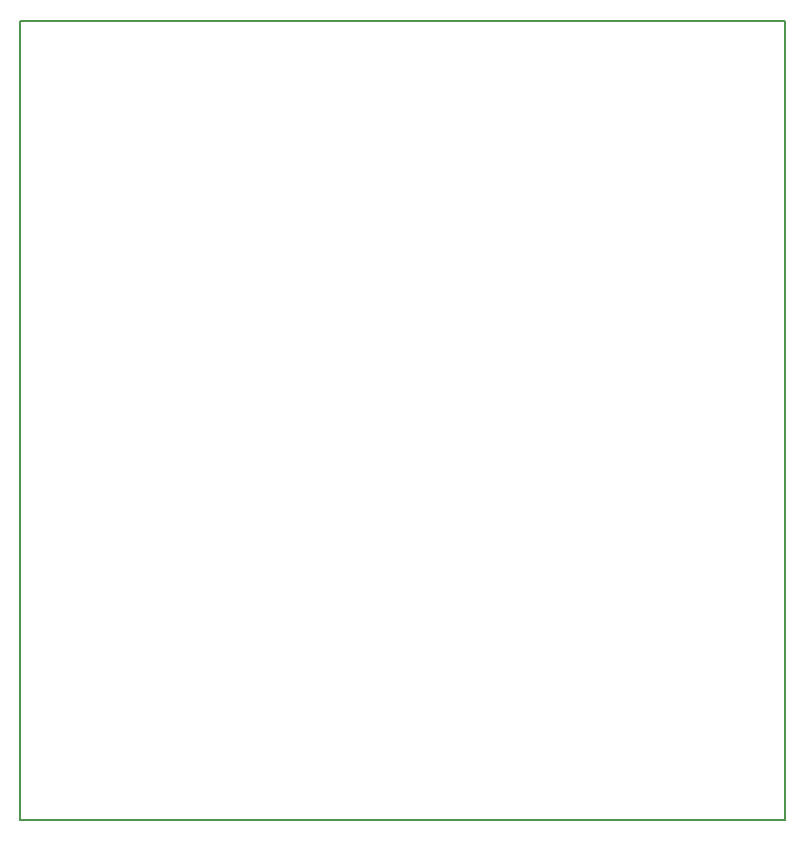
<source format=gm1>
G04 #@! TF.FileFunction,Profile,NP*
%FSLAX46Y46*%
G04 Gerber Fmt 4.6, Leading zero omitted, Abs format (unit mm)*
G04 Created by KiCad (PCBNEW 4.1.0-alpha+201608161231+7059~46~ubuntu14.04.1-product) date Wed Aug 17 00:46:35 2016*
%MOMM*%
%LPD*%
G01*
G04 APERTURE LIST*
%ADD10C,0.100000*%
%ADD11C,0.150000*%
G04 APERTURE END LIST*
D10*
D11*
X184023000Y-57912000D02*
X119253000Y-57912000D01*
X184023000Y-125603000D02*
X184023000Y-57912000D01*
X119253000Y-125603000D02*
X184023000Y-125603000D01*
X119253000Y-57912000D02*
X119253000Y-125603000D01*
M02*

</source>
